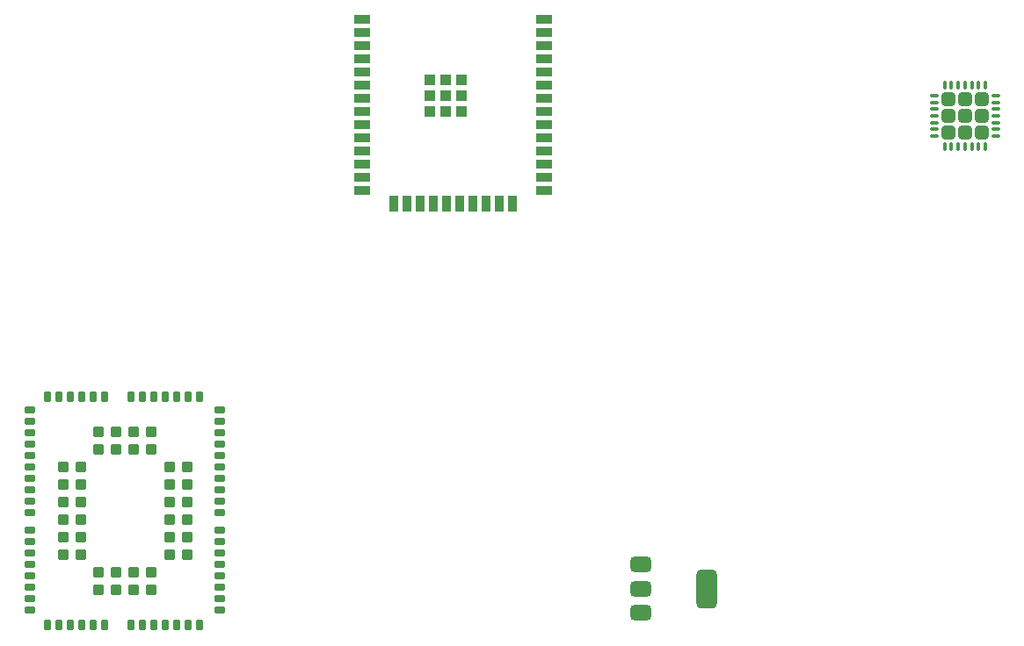
<source format=gbr>
%TF.GenerationSoftware,KiCad,Pcbnew,9.0.0*%
%TF.CreationDate,2025-04-29T11:20:52+05:30*%
%TF.ProjectId,PCB design for IoT-based Street Parking Management,50434220-6465-4736-9967-6e20666f7220,rev?*%
%TF.SameCoordinates,Original*%
%TF.FileFunction,Paste,Top*%
%TF.FilePolarity,Positive*%
%FSLAX46Y46*%
G04 Gerber Fmt 4.6, Leading zero omitted, Abs format (unit mm)*
G04 Created by KiCad (PCBNEW 9.0.0) date 2025-04-29 11:20:52*
%MOMM*%
%LPD*%
G01*
G04 APERTURE LIST*
G04 Aperture macros list*
%AMRoundRect*
0 Rectangle with rounded corners*
0 $1 Rounding radius*
0 $2 $3 $4 $5 $6 $7 $8 $9 X,Y pos of 4 corners*
0 Add a 4 corners polygon primitive as box body*
4,1,4,$2,$3,$4,$5,$6,$7,$8,$9,$2,$3,0*
0 Add four circle primitives for the rounded corners*
1,1,$1+$1,$2,$3*
1,1,$1+$1,$4,$5*
1,1,$1+$1,$6,$7*
1,1,$1+$1,$8,$9*
0 Add four rect primitives between the rounded corners*
20,1,$1+$1,$2,$3,$4,$5,0*
20,1,$1+$1,$4,$5,$6,$7,0*
20,1,$1+$1,$6,$7,$8,$9,0*
20,1,$1+$1,$8,$9,$2,$3,0*%
G04 Aperture macros list end*
%ADD10R,1.050000X1.050000*%
%ADD11R,1.500000X0.900000*%
%ADD12R,0.900000X1.500000*%
%ADD13RoundRect,0.375000X-0.625000X-0.375000X0.625000X-0.375000X0.625000X0.375000X-0.625000X0.375000X0*%
%ADD14RoundRect,0.500000X-0.500000X-1.400000X0.500000X-1.400000X0.500000X1.400000X-0.500000X1.400000X0*%
%ADD15RoundRect,0.075000X-0.075000X-0.312500X0.075000X-0.312500X0.075000X0.312500X-0.075000X0.312500X0*%
%ADD16RoundRect,0.075000X-0.312500X-0.075000X0.312500X-0.075000X0.312500X0.075000X-0.312500X0.075000X0*%
%ADD17RoundRect,0.249999X-0.395001X-0.395001X0.395001X-0.395001X0.395001X0.395001X-0.395001X0.395001X0*%
%ADD18RoundRect,0.140000X-0.410000X-0.210000X0.410000X-0.210000X0.410000X0.210000X-0.410000X0.210000X0*%
%ADD19RoundRect,0.140000X-0.210000X-0.410000X0.210000X-0.410000X0.210000X0.410000X-0.210000X0.410000X0*%
%ADD20RoundRect,0.200000X-0.300000X-0.300000X0.300000X-0.300000X0.300000X0.300000X-0.300000X0.300000X0*%
%ADD21RoundRect,0.200000X0.300000X-0.300000X0.300000X0.300000X-0.300000X0.300000X-0.300000X-0.300000X0*%
G04 APERTURE END LIST*
D10*
%TO.C,U2*%
X164427500Y-96475000D03*
X164427500Y-94950000D03*
X164427500Y-93425000D03*
X162902500Y-96475000D03*
X162902500Y-94950000D03*
X162902500Y-93425000D03*
X161377500Y-96475000D03*
X161377500Y-94950000D03*
X161377500Y-93425000D03*
D11*
X172332500Y-87610000D03*
X172332500Y-88880000D03*
X172332500Y-90150000D03*
X172332500Y-91420000D03*
X172332500Y-92690000D03*
X172332500Y-93960000D03*
X172332500Y-95230000D03*
X172332500Y-96500000D03*
X172332500Y-97770000D03*
X172332500Y-99040000D03*
X172332500Y-100310000D03*
X172332500Y-101580000D03*
X172332500Y-102850000D03*
X172332500Y-104120000D03*
D12*
X169302500Y-105370000D03*
X168032500Y-105370000D03*
X166762500Y-105370000D03*
X165492500Y-105370000D03*
X164222500Y-105370000D03*
X162952500Y-105370000D03*
X161682500Y-105370000D03*
X160412500Y-105370000D03*
X159142500Y-105370000D03*
X157872500Y-105370000D03*
D11*
X154832500Y-104120000D03*
X154832500Y-102850000D03*
X154832500Y-101580000D03*
X154832500Y-100310000D03*
X154832500Y-99040000D03*
X154832500Y-97770000D03*
X154832500Y-96500000D03*
X154832500Y-95230000D03*
X154832500Y-93960000D03*
X154832500Y-92690000D03*
X154832500Y-91420000D03*
X154832500Y-90150000D03*
X154832500Y-88880000D03*
X154832500Y-87610000D03*
%TD*%
D13*
%TO.C,U6*%
X181700000Y-144800000D03*
D14*
X188000000Y-142500000D03*
D13*
X181700000Y-142500000D03*
X181700000Y-140200000D03*
%TD*%
D15*
%TO.C,U3*%
X210950000Y-93912500D03*
X211600000Y-93912500D03*
X212250000Y-93912500D03*
X212900000Y-93912500D03*
X213550000Y-93912500D03*
X214200000Y-93912500D03*
X214850000Y-93912500D03*
D16*
X215887500Y-94950000D03*
X215887500Y-95600000D03*
X215887500Y-96250000D03*
X215887500Y-96900000D03*
X215887500Y-97550000D03*
X215887500Y-98200000D03*
X215887500Y-98850000D03*
D15*
X214850000Y-99887500D03*
X214200000Y-99887500D03*
X213550000Y-99887500D03*
X212900000Y-99887500D03*
X212250000Y-99887500D03*
X211600000Y-99887500D03*
X210950000Y-99887500D03*
D16*
X209912500Y-98850000D03*
X209912500Y-98200000D03*
X209912500Y-97550000D03*
X209912500Y-96900000D03*
X209912500Y-96250000D03*
X209912500Y-95600000D03*
X209912500Y-94950000D03*
D17*
X214500000Y-98500000D03*
X214500000Y-96900000D03*
X214500000Y-95300000D03*
X212900000Y-98500000D03*
X212900000Y-96900000D03*
X212900000Y-95300000D03*
X211300000Y-98500000D03*
X211300000Y-96900000D03*
X211300000Y-95300000D03*
%TD*%
D18*
%TO.C,U1*%
X122850000Y-125300000D03*
X122850000Y-126400000D03*
X122850000Y-127500000D03*
X122850000Y-128600000D03*
X122850000Y-129700000D03*
X122850000Y-130800000D03*
X122850000Y-131900000D03*
X122850000Y-133000000D03*
X122850000Y-134100000D03*
X122850000Y-135200000D03*
X122850000Y-136900000D03*
X122850000Y-138000000D03*
X122850000Y-139100000D03*
X122850000Y-140200000D03*
X122850000Y-141300000D03*
X122850000Y-142400000D03*
X122850000Y-143500000D03*
X122850000Y-144600000D03*
D19*
X124550000Y-146000000D03*
X125650000Y-146000000D03*
X126750000Y-146000000D03*
X127850000Y-146000000D03*
X128950000Y-146000000D03*
X130050000Y-146000000D03*
X132550000Y-146000000D03*
X133650000Y-146000000D03*
X134750000Y-146000000D03*
X135850000Y-146000000D03*
X136950000Y-146000000D03*
X138050000Y-146000000D03*
X139150000Y-146000000D03*
D18*
X141150000Y-144600000D03*
X141150000Y-143500000D03*
X141150000Y-142400000D03*
X141150000Y-141300000D03*
X141150000Y-140200000D03*
X141150000Y-139100000D03*
X141150000Y-138000000D03*
X141150000Y-136900000D03*
X141150000Y-135200000D03*
X141150000Y-134100000D03*
X141150000Y-133000000D03*
X141150000Y-131900000D03*
X141150000Y-130800000D03*
X141150000Y-129700000D03*
X141150000Y-128600000D03*
X141150000Y-127500000D03*
X141150000Y-126400000D03*
X141150000Y-125300000D03*
D19*
X139150000Y-124000000D03*
X138050000Y-124000000D03*
X136950000Y-124000000D03*
X135850000Y-124000000D03*
X134750000Y-124000000D03*
X133650000Y-124000000D03*
X132550000Y-124000000D03*
X130050000Y-124000000D03*
X128950000Y-124000000D03*
X127850000Y-124000000D03*
X126750000Y-124000000D03*
X125650000Y-124000000D03*
X124550000Y-124000000D03*
D20*
X126050000Y-130750000D03*
X126050000Y-132450000D03*
X126050000Y-134150000D03*
X126050000Y-135850000D03*
X126050000Y-137550000D03*
X126050000Y-139250000D03*
D21*
X129450000Y-142650000D03*
X131150000Y-142650000D03*
X132850000Y-142650000D03*
X134550000Y-142650000D03*
D20*
X137950000Y-139250000D03*
X137950000Y-137550000D03*
X137950000Y-135850000D03*
X137950000Y-134150000D03*
X137950000Y-132450000D03*
X137950000Y-130750000D03*
D21*
X134550000Y-127350000D03*
X132850000Y-127350000D03*
X131150000Y-127350000D03*
X129450000Y-127350000D03*
D20*
X127750000Y-130750000D03*
X127750000Y-132450000D03*
X127750000Y-134150000D03*
X127750000Y-135850000D03*
X127750000Y-137550000D03*
X127750000Y-139250000D03*
D21*
X129450000Y-140950000D03*
X131150000Y-140950000D03*
X132850000Y-140950000D03*
X134550000Y-140950000D03*
D20*
X136250000Y-139250000D03*
X136250000Y-137550000D03*
X136250000Y-135850000D03*
X136250000Y-134150000D03*
X136250000Y-132450000D03*
X136250000Y-130750000D03*
D21*
X134550000Y-129050000D03*
X132850000Y-129050000D03*
X131150000Y-129050000D03*
X129450000Y-129050000D03*
%TD*%
M02*

</source>
